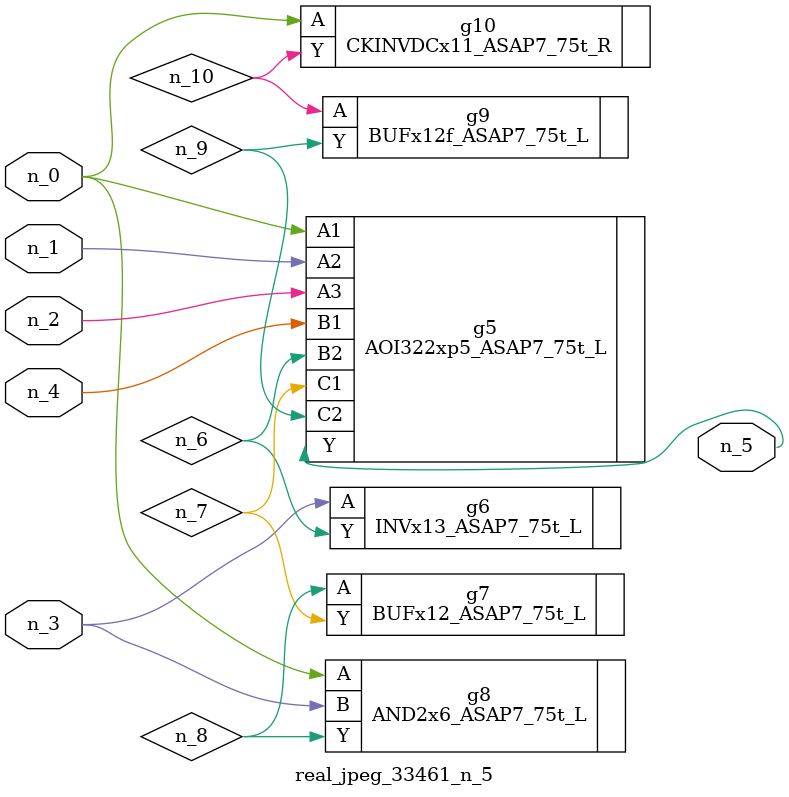
<source format=v>
module real_jpeg_33461_n_5 (n_4, n_0, n_1, n_2, n_3, n_5);

input n_4;
input n_0;
input n_1;
input n_2;
input n_3;

output n_5;

wire n_8;
wire n_6;
wire n_7;
wire n_10;
wire n_9;

AOI322xp5_ASAP7_75t_L g5 ( 
.A1(n_0),
.A2(n_1),
.A3(n_2),
.B1(n_4),
.B2(n_6),
.C1(n_7),
.C2(n_9),
.Y(n_5)
);

AND2x6_ASAP7_75t_L g8 ( 
.A(n_0),
.B(n_3),
.Y(n_8)
);

CKINVDCx11_ASAP7_75t_R g10 ( 
.A(n_0),
.Y(n_10)
);

INVx13_ASAP7_75t_L g6 ( 
.A(n_3),
.Y(n_6)
);

BUFx12_ASAP7_75t_L g7 ( 
.A(n_8),
.Y(n_7)
);

BUFx12f_ASAP7_75t_L g9 ( 
.A(n_10),
.Y(n_9)
);


endmodule
</source>
